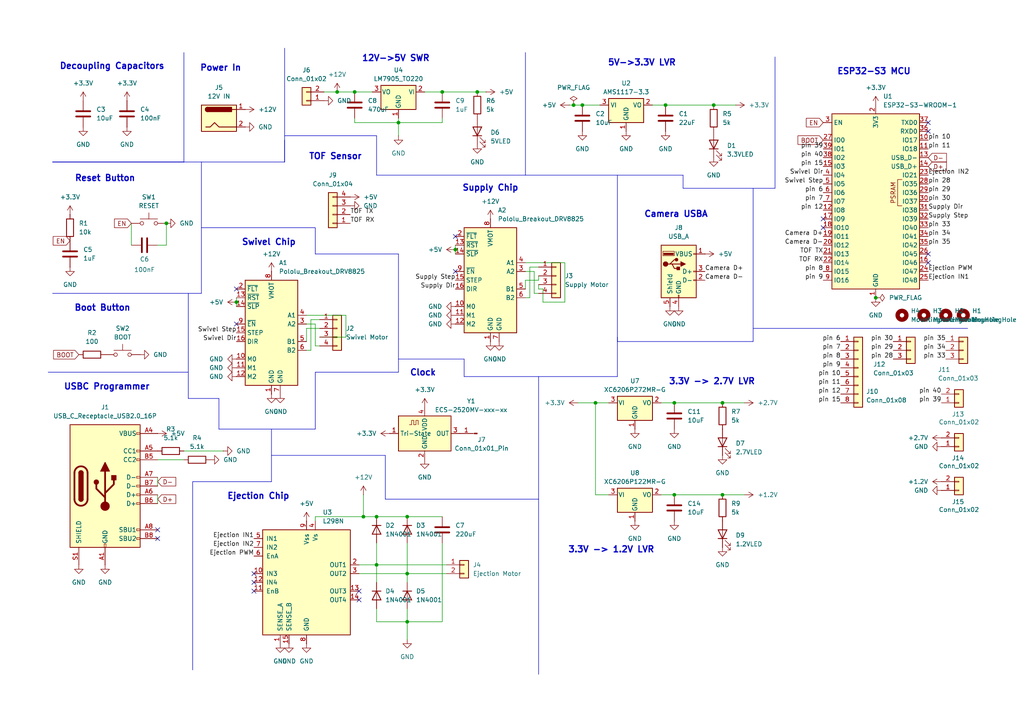
<source format=kicad_sch>
(kicad_sch (version 20250114) (generator "eeschema") (generator_version "9.0")
  (paper "A4")
  (text "Reset Button" (at 30.48 51.816 0) (effects (font (size 1.778 1.778) (thickness 0.3556) (bold yes))))
  (text "5V->3.3V LVR" (at 186.182 18.288 0) (effects (font (size 1.778 1.778) (thickness 0.3556) (bold yes))))
  (text "TOF Sensor" (at 97.282 45.466 0) (effects (font (size 1.778 1.778) (thickness 0.3556) (bold yes))))
  (text "USBC Programmer" (at 30.988 112.268 0) (effects (font (size 1.778 1.778) (thickness 0.3556) (bold yes))))
  (text "Supply Chip" (at 142.24 54.61 0) (effects (font (size 1.778 1.778) (thickness 0.3556) (bold yes))))
  (text "3.3V -> 1.2V LVR" (at 177.292 159.512 0) (effects (font (size 1.778 1.778) (thickness 0.3556) (bold yes))))
  (text "12V->5V SWR" (at 114.808 17.018 0) (effects (font (size 1.778 1.778) (thickness 0.3556) (bold yes))))
  (text "Decoupling Capacitors" (at 32.512 19.304 0) (effects (font (size 1.778 1.778) (thickness 0.3556) (bold yes))))
  (text "Ejection Chip" (at 74.93 144.018 0) (effects (font (size 1.778 1.778) (thickness 0.3556) (bold yes))))
  (text "Clock" (at 122.682 108.204 0) (effects (font (size 1.778 1.778) (thickness 0.3556) (bold yes))))
  (text "ESP32-S3 MCU" (at 253.492 20.828 0) (effects (font (size 1.778 1.778) (thickness 0.3556) (bold yes))))
  (text "Boot Button" (at 29.718 89.408 0) (effects (font (size 1.778 1.778) (thickness 0.3556) (bold yes))))
  (text "Camera USBA" (at 196.088 62.23 0) (effects (font (size 1.778 1.778) (thickness 0.3556) (bold yes))))
  (text "Swivel Chip" (at 77.978 70.358 0) (effects (font (size 1.778 1.778) (thickness 0.3556) (bold yes))))
  (text "Power In" (at 64.008 19.812 0) (effects (font (size 1.778 1.778) (thickness 0.3556) (bold yes))))
  (text "3.3V -> 2.7V LVR" (at 206.502 110.744 0) (effects (font (size 1.778 1.778) (thickness 0.3556) (bold yes))))
  (junction (at 102.87 26.67))
  (junction (at 209.55 116.84))
  (junction (at 209.55 143.51))
  (junction (at 193.04 30.48))
  (junction (at 172.72 116.84))
  (junction (at 138.43 26.67))
  (junction (at 254 86.36))
  (junction (at 166.37 30.48))
  (junction (at 48.26 64.77))
  (junction (at 195.58 143.51))
  (junction (at 132.08 72.39))
  (junction (at 118.11 166.37))
  (junction (at 118.11 180.34))
  (junction (at 68.58 87.63))
  (junction (at 128.27 26.67))
  (junction (at 109.22 149.86))
  (junction (at 118.11 149.86))
  (junction (at 109.22 163.83))
  (junction (at 195.58 116.84))
  (junction (at 168.91 30.48))
  (junction (at 105.41 149.86))
  (junction (at 207.01 30.48))
  (junction (at 115.57 35.56))
  (junction (at 97.79 26.67))
  (no_connect (at 269.24 35.56))
  (no_connect (at 238.76 66.04))
  (no_connect (at 45.72 153.67))
  (no_connect (at 132.08 68.58))
  (no_connect (at 269.24 38.1))
  (no_connect (at 73.66 168.91))
  (no_connect (at 73.66 171.45))
  (no_connect (at 45.72 156.21))
  (no_connect (at 238.76 63.5))
  (no_connect (at 269.24 73.66))
  (no_connect (at 104.14 173.99))
  (no_connect (at 68.58 93.98))
  (no_connect (at 73.66 166.37))
  (no_connect (at 104.14 171.45))
  (no_connect (at 132.08 78.74))
  (no_connect (at 68.58 83.82))
  (no_connect (at 269.24 76.2))
  (wire (pts (xy 128.27 34.29) (xy 128.27 35.56)))
  (polyline (pts (xy 179.07 109.22) (xy 179.07 97.79)))
  (polyline (pts (xy 55.88 139.7) (xy 55.88 194.31)))
  (wire (pts (xy 138.43 26.67) (xy 140.97 26.67)))
  (polyline (pts (xy 78.74 139.7) (xy 55.88 139.7)))
  (wire (pts (xy 132.08 72.39) (xy 132.08 73.66)))
  (polyline (pts (xy 82.55 39.37) (xy 109.22 39.37)))
  (polyline (pts (xy 198.12 50.8) (xy 198.12 54.61)))
  (polyline (pts (xy 198.12 54.61) (xy 224.79 54.61)))
  (polyline (pts (xy 58.42 66.04) (xy 91.44 66.04)))
  (polyline (pts (xy 179.07 50.8) (xy 179.07 99.06)))
  (polyline (pts (xy 134.62 109.22) (xy 179.07 109.22)))
  (wire (pts (xy 109.22 149.86) (xy 118.11 149.86)))
  (wire (pts (xy 118.11 166.37) (xy 129.54 166.37)))
  (wire (pts (xy 45.72 71.12) (xy 48.26 71.12)))
  (polyline (pts (xy 156.21 144.78) (xy 156.21 195.58)))
  (wire (pts (xy 92.71 100.33) (xy 91.44 100.33)))
  (wire (pts (xy 45.72 143.51) (xy 45.72 146.05)))
  (wire (pts (xy 156.21 81.28) (xy 152.4 81.28)))
  (wire (pts (xy 100.33 91.44) (xy 88.9 91.44)))
  (wire (pts (xy 102.87 34.29) (xy 102.87 35.56)))
  (wire (pts (xy 91.44 151.13) (xy 91.44 149.86)))
  (wire (pts (xy 172.72 116.84) (xy 176.53 116.84)))
  (polyline (pts (xy 58.42 46.99) (xy 58.42 85.09)))
  (wire (pts (xy 157.48 83.82) (xy 157.48 87.63)))
  (wire (pts (xy 115.57 34.29) (xy 115.57 35.56)))
  (polyline (pts (xy 134.62 104.14) (xy 134.62 109.22)))
  (wire (pts (xy 68.58 86.36) (xy 68.58 87.63)))
  (polyline (pts (xy 115.57 73.66) (xy 115.57 107.95)))
  (wire (pts (xy 165.1 30.48) (xy 166.37 30.48)))
  (wire (pts (xy 91.44 149.86) (xy 105.41 149.86)))
  (wire (pts (xy 154.94 85.09) (xy 156.21 85.09)))
  (wire (pts (xy 172.72 143.51) (xy 176.53 143.51)))
  (wire (pts (xy 45.72 133.35) (xy 53.34 133.35)))
  (wire (pts (xy 115.57 35.56) (xy 115.57 39.37)))
  (polyline (pts (xy 78.74 132.08) (xy 111.76 132.08)))
  (polyline (pts (xy 109.22 50.8) (xy 152.4 50.8)))
  (polyline (pts (xy 78.74 124.46) (xy 78.74 139.7)))
  (wire (pts (xy 88.9 93.98) (xy 91.44 93.98)))
  (wire (pts (xy 163.83 87.63) (xy 163.83 76.2)))
  (wire (pts (xy 128.27 26.67) (xy 138.43 26.67)))
  (wire (pts (xy 109.22 176.53) (xy 109.22 180.34)))
  (wire (pts (xy 128.27 180.34) (xy 128.27 157.48)))
  (polyline (pts (xy 224.79 16.51) (xy 224.79 54.61)))
  (wire (pts (xy 68.58 87.63) (xy 68.58 88.9)))
  (wire (pts (xy 191.77 116.84) (xy 195.58 116.84)))
  (wire (pts (xy 118.11 180.34) (xy 118.11 185.42)))
  (wire (pts (xy 132.08 71.12) (xy 132.08 72.39)))
  (polyline (pts (xy 13.97 107.95) (xy 54.61 107.95)))
  (wire (pts (xy 109.22 163.83) (xy 129.54 163.83)))
  (wire (pts (xy 104.14 163.83) (xy 109.22 163.83)))
  (polyline (pts (xy 82.55 40.64) (xy 82.55 46.99)))
  (polyline (pts (xy 82.55 46.99) (xy 53.34 46.99)))
  (wire (pts (xy 90.17 101.6) (xy 90.17 92.71)))
  (polyline (pts (xy 111.76 132.08) (xy 111.76 144.78)))
  (wire (pts (xy 156.21 80.01) (xy 156.21 81.28)))
  (wire (pts (xy 118.11 180.34) (xy 128.27 180.34)))
  (wire (pts (xy 163.83 76.2) (xy 152.4 76.2)))
  (polyline (pts (xy 15.24 46.99) (xy 53.34 46.99)))
  (wire (pts (xy 207.01 30.48) (xy 213.36 30.48)))
  (polyline (pts (xy 218.44 95.25) (xy 280.67 95.25)))
  (wire (pts (xy 48.26 71.12) (xy 48.26 64.77)))
  (wire (pts (xy 88.9 95.25) (xy 88.9 99.06)))
  (wire (pts (xy 118.11 149.86) (xy 128.27 149.86)))
  (wire (pts (xy 109.22 163.83) (xy 109.22 168.91)))
  (wire (pts (xy 156.21 77.47) (xy 153.67 77.47)))
  (wire (pts (xy 123.19 26.67) (xy 128.27 26.67)))
  (wire (pts (xy 90.17 92.71) (xy 92.71 92.71)))
  (wire (pts (xy 153.67 86.36) (xy 152.4 86.36)))
  (wire (pts (xy 156.21 83.82) (xy 157.48 83.82)))
  (polyline (pts (xy 63.5 124.46) (xy 63.5 115.57)))
  (wire (pts (xy 209.55 143.51) (xy 215.9 143.51)))
  (wire (pts (xy 53.34 130.81) (xy 64.77 130.81)))
  (wire (pts (xy 118.11 166.37) (xy 118.11 168.91)))
  (wire (pts (xy 156.21 82.55) (xy 156.21 83.82)))
  (wire (pts (xy 118.11 176.53) (xy 118.11 180.34)))
  (wire (pts (xy 152.4 81.28) (xy 152.4 83.82)))
  (wire (pts (xy 45.72 138.43) (xy 45.72 140.97)))
  (polyline (pts (xy 115.57 104.14) (xy 134.62 104.14)))
  (polyline (pts (xy 91.44 107.95) (xy 91.44 124.46)))
  (wire (pts (xy 118.11 157.48) (xy 118.11 166.37)))
  (wire (pts (xy 157.48 87.63) (xy 163.83 87.63)))
  (wire (pts (xy 191.77 143.51) (xy 195.58 143.51)))
  (wire (pts (xy 209.55 116.84) (xy 215.9 116.84)))
  (polyline (pts (xy 152.4 15.24) (xy 152.4 50.8)))
  (wire (pts (xy 195.58 116.84) (xy 209.55 116.84)))
  (wire (pts (xy 195.58 143.51) (xy 209.55 143.51)))
  (wire (pts (xy 168.91 30.48) (xy 173.99 30.48)))
  (wire (pts (xy 102.87 26.67) (xy 107.95 26.67)))
  (wire (pts (xy 105.41 149.86) (xy 109.22 149.86)))
  (wire (pts (xy 172.72 116.84) (xy 172.72 143.51)))
  (wire (pts (xy 109.22 157.48) (xy 109.22 163.83)))
  (wire (pts (xy 102.87 35.56) (xy 115.57 35.56)))
  (polyline (pts (xy 63.5 115.57) (xy 54.61 115.57)))
  (wire (pts (xy 92.71 97.79) (xy 100.33 97.79)))
  (polyline (pts (xy 91.44 73.66) (xy 115.57 73.66)))
  (wire (pts (xy 153.67 77.47) (xy 153.67 86.36)))
  (wire (pts (xy 193.04 30.48) (xy 207.01 30.48)))
  (polyline (pts (xy 111.76 144.78) (xy 156.21 144.78)))
  (wire (pts (xy 38.1 64.77) (xy 38.1 71.12)))
  (wire (pts (xy 93.98 26.67) (xy 97.79 26.67)))
  (polyline (pts (xy 53.34 15.24) (xy 53.34 46.99)))
  (wire (pts (xy 189.23 30.48) (xy 193.04 30.48)))
  (polyline (pts (xy 109.22 39.37) (xy 109.22 50.8)))
  (wire (pts (xy 91.44 100.33) (xy 91.44 93.98)))
  (polyline (pts (xy 152.4 50.8) (xy 198.12 50.8)))
  (polyline (pts (xy 82.55 13.97) (xy 82.55 46.99)))
  (wire (pts (xy 128.27 35.56) (xy 115.57 35.56)))
  (polyline (pts (xy 15.24 46.99) (xy 53.34 46.99)))
  (polyline (pts (xy 54.61 85.09) (xy 54.61 107.95)))
  (wire (pts (xy 100.33 97.79) (xy 100.33 91.44)))
  (wire (pts (xy 105.41 143.51) (xy 105.41 149.86)))
  (wire (pts (xy 97.79 26.67) (xy 102.87 26.67)))
  (wire (pts (xy 152.4 78.74) (xy 154.94 78.74)))
  (wire (pts (xy 166.37 30.48) (xy 168.91 30.48)))
  (polyline (pts (xy 91.44 66.04) (xy 91.44 73.66)))
  (polyline (pts (xy 156.21 109.22) (xy 156.21 144.78)))
  (polyline (pts (xy 91.44 124.46) (xy 63.5 124.46)))
  (polyline (pts (xy 115.57 107.95) (xy 91.44 107.95)))
  (polyline (pts (xy 15.24 85.09) (xy 58.42 85.09)))
  (wire (pts (xy 167.64 116.84) (xy 172.72 116.84)))
  (polyline (pts (xy 218.44 99.06) (xy 218.44 54.61)))
  (wire (pts (xy 109.22 180.34) (xy 118.11 180.34)))
  (wire (pts (xy 88.9 101.6) (xy 90.17 101.6)))
  (polyline (pts (xy 54.61 115.57) (xy 54.61 107.95)))
  (polyline (pts (xy 179.07 99.06) (xy 218.44 99.06)))
  (wire (pts (xy 104.14 166.37) (xy 118.11 166.37)))
  (wire (pts (xy 92.71 95.25) (xy 88.9 95.25)))
  (wire (pts (xy 154.94 78.74) (xy 154.94 85.09)))
  (label "Supply Dir" (at 269.24 60.96 0))
  (label "Camera D-" (at 238.76 71.12 180))
  (label "pin 28" (at 259.08 104.14 180))
  (label "Swivel Dir" (at 68.58 99.06 180))
  (label "pin 15" (at 243.84 116.84 180))
  (label "Ejection PWM" (at 269.24 78.74 0))
  (label "pin 9" (at 243.84 106.68 180))
  (label "pin 7" (at 238.76 58.42 180))
  (label "TOF RX" (at 101.6 64.77 0))
  (label "pin 12" (at 243.84 114.3 180))
  (label "Ejection IN2" (at 269.24 50.8 0))
  (label "pin 10" (at 243.84 109.22 180))
  (label "pin 34" (at 269.24 68.58 0))
  (label "pin 7" (at 243.84 101.6 180))
  (label "Camera D+" (at 238.76 68.58 180))
  (label "Camera D-" (at 204.47 81.28 0))
  (label "Ejection PWM" (at 73.66 161.29 180))
  (label "pin 29" (at 269.24 55.88 0))
  (label "TOF TX" (at 101.6 62.23 0))
  (label "TOF TX" (at 238.76 73.66 180))
  (label "pin 30" (at 269.24 58.42 0))
  (label "Supply Step" (at 132.08 81.28 180))
  (label "pin 15" (at 238.76 48.26 180))
  (label "pin 8" (at 243.84 104.14 180))
  (label "pin 35" (at 269.24 71.12 0))
  (label "pin 12" (at 238.76 60.96 180))
  (label "pin 33" (at 269.24 66.04 0))
  (label "pin 30" (at 259.08 99.06 180))
  (label "pin 29" (at 259.08 101.6 180))
  (label "pin 39" (at 238.76 43.18 180))
  (label "pin 10" (at 269.24 40.64 0))
  (label "TOF RX" (at 238.76 76.2 180))
  (label "pin 6" (at 243.84 99.06 180))
  (label "pin 28" (at 269.24 53.34 0))
  (label "pin 9" (at 238.76 81.28 180))
  (label "pin 40" (at 273.05 114.3 180))
  (label "pin 34" (at 274.32 101.6 180))
  (label "pin 35" (at 274.32 99.06 180))
  (label "Swivel Step" (at 68.58 96.52 180))
  (label "pin 40" (at 238.76 45.72 180))
  (label "Supply Step" (at 269.24 63.5 0))
  (label "pin 39" (at 273.05 116.84 180))
  (label "Swivel Step" (at 238.76 53.34 180))
  (label "Ejection IN2" (at 73.66 158.75 180))
  (label "Ejection IN1" (at 73.66 156.21 180))
  (label "Swivel Dir" (at 238.76 50.8 180))
  (label "Ejection IN1" (at 269.24 81.28 0))
  (label "pin 6" (at 238.76 55.88 180))
  (label "Supply Dir" (at 132.08 83.82 180))
  (label "pin 8" (at 238.76 78.74 180))
  (label "pin 11" (at 269.24 43.18 0))
  (label "Camera D+" (at 204.47 78.74 0))
  (label "pin 33" (at 274.32 104.14 180))
  (label "pin 11" (at 243.84 111.76 180))
  (global_label "EN" (shape input) (at 38.1 64.77 180) (property "Intersheetrefs" "${INTERSHEET_REFS}" (effects (hide yes))))
  (global_label "D-" (shape input) (at 269.24 45.72 0) (property "Intersheetrefs" "${INTERSHEET_REFS}" (effects (hide yes))))
  (global_label "D+" (shape input) (at 269.24 48.26 0) (property "Intersheetrefs" "${INTERSHEET_REFS}" (effects (hide yes))))
  (global_label "D-" (shape input) (at 45.72 139.7 0) (property "Intersheetrefs" "${INTERSHEET_REFS}" (effects (hide yes))))
  (global_label "BOOT" (shape input) (at 22.86 102.87 180) (property "Intersheetrefs" "${INTERSHEET_REFS}" (effects (hide yes))))
  (global_label "EN" (shape input) (at 238.76 35.56 180) (property "Intersheetrefs" "${INTERSHEET_REFS}" (effects (hide yes))))
  (global_label "EN" (shape input) (at 20.32 69.85 180) (property "Intersheetrefs" "${INTERSHEET_REFS}" (effects (hide yes))))
  (global_label "BOOT" (shape input) (at 238.76 40.64 180) (property "Intersheetrefs" "${INTERSHEET_REFS}" (effects (hide yes))))
  (global_label "D+" (shape input) (at 45.72 144.78 0) (property "Intersheetrefs" "${INTERSHEET_REFS}" (effects (hide yes))))
  (symbol (lib_id "power:GND") (at 40.64 102.87 90) (unit 1)
    (property "Reference" "#PWR015" (effects (hide yes)))
    (property "Value" "GND" (at 44.45 102.8699 90) (effects (justify right)))
    (property "Description" "Power symbol creates a global label with name \"GND\" , ground" (effects (hide yes)))
  )
  (symbol (lib_id "power:GND") (at 273.05 129.54 270) (unit 1)
    (property "Reference" "#PWR066" (effects (hide yes)))
    (property "Value" "GND" (at 269.24 129.5399 90) (effects (justify right)))
    (property "Description" "Power symbol creates a global label with name \"GND\" , ground" (effects (hide yes)))
  )
  (symbol (lib_id "Device:C") (at 195.58 147.32 0) (unit 1)
    (property "Reference" "C14" (at 199.39 146.0499 0) (effects (justify left)))
    (property "Value" "10uF" (at 199.39 148.5899 0) (effects (justify left)))
    (property "Footprint" "Capacitor_SMD:C_0805_2012Metric_Pad1.18x1.45mm_HandSolder" (effects (hide yes)))
    (property "Description" "Unpolarized capacitor" (effects (hide yes)))
  )
  (symbol (lib_id "power:+3.3V") (at 213.36 30.48 270) (unit 1)
    (property "Reference" "#PWR04" (effects (hide yes)))
    (property "Value" "+3.3V" (at 217.17 30.4799 90) (effects (justify left)))
    (property "Description" "Power symbol creates a global label with name \"+3.3V\"" (effects (hide yes)))
  )
  (symbol (lib_id "power:GND") (at 78.74 114.3 0) (unit 1)
    (property "Reference" "#PWR022" (effects (hide yes)))
    (property "Value" "GND" (at 78.74 119.38 0))
    (property "Description" "Power symbol creates a global label with name \"GND\" , ground" (effects (hide yes)))
  )
  (symbol (lib_id "power:+3.3V") (at 273.05 139.7 90) (unit 1)
    (property "Reference" "#PWR065" (effects (hide yes)))
    (property "Value" "+1.2V" (at 269.24 139.6999 90) (effects (justify left)))
    (property "Description" "Power symbol creates a global label with name \"+3.3V\"" (effects (hide yes)))
  )
  (symbol (lib_id "Device:R") (at 207.01 34.29 0) (unit 1)
    (property "Reference" "R5" (at 209.55 33.0199 0) (effects (justify left)))
    (property "Value" "5k" (at 209.55 35.5599 0) (effects (justify left)))
    (property "Footprint" "Resistor_SMD:R_0805_2012Metric_Pad1.20x1.40mm_HandSolder" (effects (hide yes)))
    (property "Description" "Resistor" (effects (hide yes)))
  )
  (symbol (lib_id "power:+3.3V") (at 215.9 143.51 270) (unit 1)
    (property "Reference" "#PWR071" (effects (hide yes)))
    (property "Value" "+1.2V" (at 219.71 143.5099 90) (effects (justify left)))
    (property "Description" "Power symbol creates a global label with name \"+3.3V\"" (effects (hide yes)))
  )
  (symbol (lib_id "Device:R") (at 57.15 133.35 90) (unit 1)
    (property "Reference" "R4" (at 57.15 127 90))
    (property "Value" "5.1k" (at 57.15 129.54 90))
    (property "Footprint" "Resistor_SMD:R_0805_2012Metric_Pad1.20x1.40mm_HandSolder" (effects (hide yes)))
    (property "Description" "Resistor" (effects (hide yes)))
  )
  (symbol (lib_id "Mechanical:MountingHole") (at 274.32 91.44 0) (unit 1) (exclude_from_sim yes) (in_bom no)
    (property "Reference" "H2" (at 276.86 90.1699 0) (effects (justify left)))
    (property "Value" "MountingHole" (at 276.86 92.7099 0) (effects (justify left)))
    (property "Footprint" "MountingHole:MountingHole_3.2mm_M3" (effects (hide yes)))
    (property "Description" "Mounting Hole without connection" (effects (hide yes)))
  )
  (symbol (lib_id "Device:C") (at 193.04 34.29 0) (unit 1)
    (property "Reference" "C1" (at 196.85 33.0199 0) (effects (justify left)))
    (property "Value" "22uF" (at 196.85 35.5599 0) (effects (justify left)))
    (property "Footprint" "Capacitor_SMD:C_0805_2012Metric_Pad1.18x1.45mm_HandSolder" (effects (hide yes)))
    (property "Description" "Unpolarized capacitor" (effects (hide yes)))
  )
  (symbol (lib_id "power:GND") (at 101.6 59.69 90) (unit 1)
    (property "Reference" "#PWR056" (effects (hide yes)))
    (property "Value" "GND" (at 105.41 59.6899 90) (effects (justify right)))
    (property "Description" "Power symbol creates a global label with name \"GND\" , ground" (effects (hide yes)))
  )
  (symbol (lib_id "power:+3.3V") (at 36.83 29.21 0) (unit 1)
    (property "Reference" "#PWR011" (effects (hide yes)))
    (property "Value" "+3.3V" (at 36.83 24.13 0))
    (property "Description" "Power symbol creates a global label with name \"+3.3V\"" (effects (hide yes)))
  )
  (symbol (lib_id "Device:C") (at 168.91 34.29 0) (unit 1)
    (property "Reference" "C2" (at 172.72 33.0199 0) (effects (justify left)))
    (property "Value" "10uF" (at 172.72 35.5599 0) (effects (justify left)))
    (property "Footprint" "Capacitor_SMD:C_0805_2012Metric_Pad1.18x1.45mm_HandSolder" (effects (hide yes)))
    (property "Description" "Unpolarized capacitor" (effects (hide yes)))
  )
  (symbol (lib_id "Device:C") (at 36.83 33.02 0) (unit 1)
    (property "Reference" "C4" (at 40.64 31.7499 0) (effects (justify left)))
    (property "Value" "100nF" (at 40.64 34.2899 0) (effects (justify left)))
    (property "Footprint" "Capacitor_SMD:C_0805_2012Metric_Pad1.18x1.45mm_HandSolder" (effects (hide yes)))
    (property "Description" "Unpolarized capacitor" (effects (hide yes)))
  )
  (symbol (lib_id "Connector:USB_A") (at 196.85 78.74 0) (unit 1)
    (property "Reference" "J8" (at 196.85 66.04 0))
    (property "Value" "USB_A" (at 196.85 68.58 0))
    (property "Footprint" "Connector_USB:USB_A_Molex_48037-2200_Horizontal" (effects (hide yes)))
    (property "Description" "USB Type A connector" (effects (hide yes)))
  )
  (symbol (lib_id "power:+5V") (at 204.47 73.66 270) (unit 1)
    (property "Reference" "#PWR054" (effects (hide yes)))
    (property "Value" "+5V" (at 208.28 73.6599 90) (effects (justify left)))
    (property "Description" "Power symbol creates a global label with name \"+5V\"" (effects (hide yes)))
  )
  (symbol (lib_id "Device:C") (at 24.13 33.02 0) (unit 1)
    (property "Reference" "C3" (at 27.94 31.7499 0) (effects (justify left)))
    (property "Value" "10uF" (at 27.94 34.2899 0) (effects (justify left)))
    (property "Footprint" "Capacitor_SMD:C_0805_2012Metric_Pad1.18x1.45mm_HandSolder" (effects (hide yes)))
    (property "Description" "Unpolarized capacitor" (effects (hide yes)))
  )
  (symbol (lib_id "power:GND") (at 71.12 36.83 90) (unit 1)
    (property "Reference" "#PWR046" (effects (hide yes)))
    (property "Value" "GND" (at 74.93 36.8299 90) (effects (justify right)))
    (property "Description" "Power symbol creates a global label with name \"GND\" , ground" (effects (hide yes)))
  )
  (symbol (lib_id "Device:C") (at 128.27 153.67 0) (unit 1)
    (property "Reference" "C7" (at 132.08 152.3999 0) (effects (justify left)))
    (property "Value" "220uF" (at 132.08 154.9399 0) (effects (justify left)))
    (property "Footprint" "Capacitor_SMD:C_0805_2012Metric_Pad1.18x1.45mm_HandSolder" (effects (hide yes)))
    (property "Description" "Unpolarized capacitor" (effects (hide yes)))
  )
  (symbol (lib_id "power:GND") (at 93.98 29.21 90) (unit 1)
    (property "Reference" "#PWR042" (effects (hide yes)))
    (property "Value" "GND" (at 97.79 29.2099 90) (effects (justify right)))
    (property "Description" "Power symbol creates a global label with name \"GND\" , ground" (effects (hide yes)))
  )
  (symbol (lib_id "power:+3.3V") (at 113.03 125.73 90) (unit 1)
    (property "Reference" "#PWR051" (effects (hide yes)))
    (property "Value" "+3.3V" (at 109.22 125.7299 90) (effects (justify left)))
    (property "Description" "Power symbol creates a global label with name \"+3.3V\"" (effects (hide yes)))
  )
  (symbol (lib_id "power:PWR_FLAG") (at 166.37 30.48 0) (unit 1)
    (property "Reference" "#FLG01" (effects (hide yes)))
    (property "Value" "PWR_FLAG" (at 166.37 25.4 0))
    (property "Description" "Special symbol for telling ERC where power comes from" (effects (hide yes)))
  )
  (symbol (lib_id "power:+5V") (at 68.58 87.63 90) (unit 1)
    (property "Reference" "#PWR027" (effects (hide yes)))
    (property "Value" "+5V" (at 64.77 87.6299 90) (effects (justify left)))
    (property "Description" "Power symbol creates a global label with name \"+5V\"" (effects (hide yes)))
  )
  (symbol (lib_id "Driver_Motor:L298N") (at 88.9 168.91 0) (unit 1)
    (property "Reference" "U3" (at 93.5833 148.59 0) (effects (justify left)))
    (property "Value" "L298N" (at 93.5833 151.13 0) (effects (justify left)))
    (property "Footprint" "Package_TO_SOT_THT:TO-220-15_P2.54x5.08mm_StaggerOdd_Lead4.58mm_Vertical" (effects (hide yes)))
    (property "Datasheet" "http://www.st.com/st-web-ui/static/active/en/resource/technical/document/datasheet/CD00000240.pdf" (effects (hide yes)))
    (property "Description" "Dual full bridge motor driver, up to 46V, 4A, Multiwatt15-V" (effects (hide yes)))
  )
  (symbol (lib_id "Device:C") (at 41.91 71.12 270) (unit 1)
    (property "Reference" "C6" (at 41.91 75.184 90))
    (property "Value" "100nF" (at 41.91 78.232 90))
    (property "Footprint" "Capacitor_SMD:C_0805_2012Metric_Pad1.18x1.45mm_HandSolder" (effects (hide yes)))
    (property "Description" "Unpolarized capacitor" (effects (hide yes)))
  )
  (symbol (lib_id "power:+5V") (at 88.9 151.13 0) (unit 1)
    (property "Reference" "#PWR038" (effects (hide yes)))
    (property "Value" "+5V" (at 88.9 146.05 0))
    (property "Description" "Power symbol creates a global label with name \"+5V\"" (effects (hide yes)))
  )
  (symbol (lib_id "power:GND") (at 142.24 99.06 0) (unit 1)
    (property "Reference" "#PWR032" (effects (hide yes)))
    (property "Value" "GND" (at 142.24 104.14 0))
    (property "Description" "Power symbol creates a global label with name \"GND\" , ground" (effects (hide yes)))
  )
  (symbol (lib_id "Connector_Generic:Conn_01x02") (at 88.9 29.21 180) (unit 1)
    (property "Reference" "J6" (at 88.9 20.32 0))
    (property "Value" "Conn_01x02" (at 88.9 22.86 0))
    (property "Footprint" "Connector_Molex:Molex_KK-254_AE-6410-02A_1x02_P2.54mm_Vertical" (effects (hide yes)))
    (property "Description" "Generic connector, single row, 01x02, script generated (kicad-library-utils/schlib/autogen/connector/)" (effects (hide yes)))
  )
  (symbol (lib_id "power:+3.3V") (at 20.32 62.23 0) (unit 1)
    (property "Reference" "#PWR08" (effects (hide yes)))
    (property "Value" "+3.3V" (at 20.32 57.15 0))
    (property "Description" "Power symbol creates a global label with name \"+3.3V\"" (effects (hide yes)))
  )
  (symbol (lib_id "power:GND") (at 60.96 133.35 90) (unit 1)
    (property "Reference" "#PWR017" (effects (hide yes)))
    (property "Value" "GND" (at 64.77 133.3499 90) (effects (justify right)))
    (property "Description" "Power symbol creates a global label with name \"GND\" , ground" (effects (hide yes)))
  )
  (symbol (lib_id "Mechanical:MountingHole") (at 279.4 91.44 0) (unit 1) (exclude_from_sim yes) (in_bom no)
    (property "Reference" "H1" (at 281.94 90.1699 0) (effects (justify left)))
    (property "Value" "MountingHole" (at 281.94 92.7099 0) (effects (justify left)))
    (property "Footprint" "MountingHole:MountingHole_3.2mm_M3" (effects (hide yes)))
    (property "Description" "Mounting Hole without connection" (effects (hide yes)))
  )
  (symbol (lib_id "Connector_Generic:Conn_01x02") (at 134.62 163.83 0) (unit 1)
    (property "Reference" "J4" (at 137.16 163.8299 0) (effects (justify left)))
    (property "Value" "Ejection Motor" (at 137.16 166.3699 0) (effects (justify left)))
    (property "Footprint" "Connector_Molex:Molex_KK-254_AE-6410-02A_1x02_P2.54mm_Vertical" (effects (hide yes)))
    (property "Description" "Generic connector, single row, 01x02, script generated (kicad-library-utils/schlib/autogen/connector/)" (effects (hide yes)))
  )
  (symbol (lib_id "power:+5V") (at 167.64 116.84 90) (unit 1)
    (property "Reference" "#PWR057" (effects (hide yes)))
    (property "Value" "+3.3V" (at 163.83 116.8399 90) (effects (justify left)))
    (property "Description" "Power symbol creates a global label with name \"+5V\"" (effects (hide yes)))
  )
  (symbol (lib_id "Connector:Barrel_Jack") (at 63.5 34.29 0) (unit 1)
    (property "Reference" "J5" (at 63.5 25.4 0))
    (property "Value" "12V IN" (at 63.5 27.94 0))
    (property "Footprint" "Connector_BarrelJack:BarrelJack_SwitchcraftConxall_RAPC10U_Horizontal" (effects (hide yes)))
    (property "Description" "DC Barrel Jack" (effects (hide yes)))
  )
  (symbol (lib_id "power:GND") (at 184.15 151.13 0) (unit 1)
    (property "Reference" "#PWR063" (effects (hide yes)))
    (property "Value" "GND" (at 184.15 156.21 0))
    (property "Description" "Power symbol creates a global label with name \"GND\" , ground" (effects (hide yes)))
  )
  (symbol (lib_id "Connector_Generic:Conn_01x08") (at 248.92 106.68 0) (unit 1)
    (property "Reference" "J10" (at 251.206 113.538 0) (effects (justify left)))
    (property "Value" "Conn_01x08" (at 251.206 116.078 0) (effects (justify left)))
    (property "Footprint" "Connector_Molex:Molex_KK-254_AE-6410-08A_1x08_P2.54mm_Vertical" (effects (hide yes)))
    (property "Description" "Generic connector, single row, 01x08, script generated (kicad-library-utils/schlib/autogen/connector/)" (effects (hide yes)))
  )
  (symbol (lib_id "power:GND") (at 273.05 142.24 270) (unit 1)
    (property "Reference" "#PWR067" (effects (hide yes)))
    (property "Value" "GND" (at 269.24 142.2399 90) (effects (justify right)))
    (property "Description" "Power symbol creates a global label with name \"GND\" , ground" (effects (hide yes)))
  )
  (symbol (lib_id "Device:C") (at 102.87 30.48 0) (unit 1)
    (property "Reference" "C8" (at 106.68 29.2099 0) (effects (justify left)))
    (property "Value" "470uF" (at 106.68 31.7499 0) (effects (justify left)))
    (property "Footprint" "Capacitor_THT:CP_Radial_D8.0mm_P3.50mm" (effects (hide yes)))
    (property "Description" "Unpolarized capacitor" (effects (hide yes)))
  )
  (symbol (lib_id "power:+3.3V") (at 254 30.48 0) (unit 1)
    (property "Reference" "#PWR01" (effects (hide yes)))
    (property "Value" "+3.3V" (at 254 25.4 0))
    (property "Description" "Power symbol creates a global label with name \"+3.3V\"" (effects (hide yes)))
  )
  (symbol (lib_id "power:+5V") (at 101.6 57.15 270) (unit 1)
    (property "Reference" "#PWR055" (effects (hide yes)))
    (property "Value" "+5V" (at 105.41 57.1499 90) (effects (justify left)))
    (property "Description" "Power symbol creates a global label with name \"+5V\"" (effects (hide yes)))
  )
  (symbol (lib_id "power:+12V") (at 142.24 63.5 0) (unit 1)
    (property "Reference" "#PWR035" (effects (hide yes)))
    (property "Value" "+12V" (at 142.24 58.42 0))
    (property "Description" "Power symbol creates a global label with name \"+12V\"" (effects (hide yes)))
  )
  (symbol (lib_id "Device:C") (at 128.27 30.48 0) (unit 1)
    (property "Reference" "C9" (at 132.08 29.2099 0) (effects (justify left)))
    (property "Value" "1uF" (at 132.08 31.7499 0) (effects (justify left)))
    (property "Footprint" "Capacitor_SMD:C_0805_2012Metric_Pad1.18x1.45mm_HandSolder" (effects (hide yes)))
    (property "Description" "Unpolarized capacitor" (effects (hide yes)))
  )
  (symbol (lib_id "power:GND") (at 181.61 38.1 0) (unit 1)
    (property "Reference" "#PWR05" (effects (hide yes)))
    (property "Value" "GND" (at 181.61 43.18 0))
    (property "Description" "Power symbol creates a global label with name \"GND\" , ground" (effects (hide yes)))
  )
  (symbol (lib_id "Device:C") (at 195.58 120.65 0) (unit 1)
    (property "Reference" "C11" (at 199.39 119.3799 0) (effects (justify left)))
    (property "Value" "10uF" (at 199.39 121.9199 0) (effects (justify left)))
    (property "Footprint" "Capacitor_SMD:C_0805_2012Metric_Pad1.18x1.45mm_HandSolder" (effects (hide yes)))
    (property "Description" "Unpolarized capacitor" (effects (hide yes)))
  )
  (symbol (lib_id "power:GND") (at 184.15 124.46 0) (unit 1)
    (property "Reference" "#PWR059" (effects (hide yes)))
    (property "Value" "GND" (at 184.15 129.54 0))
    (property "Description" "Power symbol creates a global label with name \"GND\" , ground" (effects (hide yes)))
  )
  (symbol (lib_id "Regulator_Linear:AMS1117-3.3") (at 181.61 30.48 0) (unit 1)
    (property "Reference" "U2" (at 181.61 24.13 0))
    (property "Value" "AMS1117-3.3" (at 181.61 26.67 0))
    (property "Footprint" "Package_TO_SOT_SMD:SOT-223-3_TabPin2" (effects (hide yes)))
    (property "Datasheet" "http://www.advanced-monolithic.com/pdf/ds1117.pdf" (effects (hide yes)))
    (property "Description" "1A Low Dropout regulator, positive, 3.3V fixed output, SOT-223" (effects (hide yes)))
  )
  (symbol (lib_id "Device:R") (at 209.55 147.32 0) (unit 1)
    (property "Reference" "R9" (at 212.09 146.0499 0) (effects (justify left)))
    (property "Value" "5k" (at 212.09 148.5899 0) (effects (justify left)))
    (property "Footprint" "Resistor_SMD:R_0805_2012Metric_Pad1.20x1.40mm_HandSolder" (effects (hide yes)))
    (property "Description" "Resistor" (effects (hide yes)))
  )
  (symbol (lib_id "power:GND") (at 24.13 36.83 0) (unit 1)
    (property "Reference" "#PWR010" (effects (hide yes)))
    (property "Value" "GND" (at 24.13 41.91 0))
    (property "Description" "Power symbol creates a global label with name \"GND\" , ground" (effects (hide yes)))
  )
  (symbol (lib_id "power:+12V") (at 78.74 78.74 0) (unit 1)
    (property "Reference" "#PWR034" (effects (hide yes)))
    (property "Value" "+12V" (at 78.74 73.66 0))
    (property "Description" "Power symbol creates a global label with name \"+12V\"" (effects (hide yes)))
  )
  (symbol (lib_id "power:GND") (at 20.32 77.47 0) (unit 1)
    (property "Reference" "#PWR013" (effects (hide yes)))
    (property "Value" "GND" (at 20.32 82.55 0))
    (property "Description" "Power symbol creates a global label with name \"GND\" , ground" (effects (hide yes)))
  )
  (symbol (lib_id "power:GND") (at 81.28 114.3 0) (unit 1)
    (property "Reference" "#PWR023" (effects (hide yes)))
    (property "Value" "GND" (at 81.28 119.38 0))
    (property "Description" "Power symbol creates a global label with name \"GND\" , ground" (effects (hide yes)))
  )
  (symbol (lib_id "power:GND") (at 22.86 163.83 0) (unit 1)
    (property "Reference" "#PWR019" (effects (hide yes)))
    (property "Value" "GND" (at 22.86 168.91 0))
    (property "Description" "Power symbol creates a global label with name \"GND\" , ground" (effects (hide yes)))
  )
  (symbol (lib_id "power:+3.3V") (at 123.19 118.11 0) (unit 1)
    (property "Reference" "#PWR049" (effects (hide yes)))
    (property "Value" "+3.3V" (at 123.19 113.03 0))
    (property "Description" "Power symbol creates a global label with name \"+3.3V\"" (effects (hide yes)))
  )
  (symbol (lib_id "power:GND") (at 81.28 186.69 0) (unit 1)
    (property "Reference" "#PWR039" (effects (hide yes)))
    (property "Value" "GND" (at 81.28 191.77 0))
    (property "Description" "Power symbol creates a global label with name \"GND\" , ground" (effects (hide yes)))
  )
  (symbol (lib_id "Device:R") (at 209.55 120.65 0) (unit 1)
    (property "Reference" "R7" (at 212.09 119.3799 0) (effects (justify left)))
    (property "Value" "5k" (at 212.09 121.9199 0) (effects (justify left)))
    (property "Footprint" "Resistor_SMD:R_0805_2012Metric_Pad1.20x1.40mm_HandSolder" (effects (hide yes)))
    (property "Description" "Resistor" (effects (hide yes)))
  )
  (symbol (lib_id "Device:LED") (at 209.55 154.94 90) (unit 1)
    (property "Reference" "D9" (at 213.36 155.2574 90) (effects (justify right)))
    (property "Value" "1.2VLED" (at 213.36 157.7974 90) (effects (justify right)))
    (property "Footprint" "LED_SMD:LED_0805_2012Metric_Pad1.15x1.40mm_HandSolder" (effects (hide yes)))
    (property "Description" "Light emitting diode" (effects (hide yes)))
    (property "Sim.Pins" "1=K 2=A" (effects (hide yes)))
  )
  (symbol (lib_id "power:GND") (at 193.04 38.1 0) (unit 1)
    (property "Reference" "#PWR06" (effects (hide yes)))
    (property "Value" "GND" (at 193.04 43.18 0))
    (property "Description" "Power symbol creates a global label with name \"GND\" , ground" (effects (hide yes)))
  )
  (symbol (lib_id "Connector_Generic:Conn_01x02") (at 278.13 142.24 0) (mirror x) (unit 1)
    (property "Reference" "J15" (at 277.876 145.542 0))
    (property "Value" "Conn_01x02" (at 278.13 147.828 0))
    (property "Footprint" "Connector_Molex:Molex_KK-254_AE-6410-02A_1x02_P2.54mm_Vertical" (effects (hide yes)))
    (property "Description" "Generic connector, single row, 01x02, script generated (kicad-library-utils/schlib/autogen/connector/)" (effects (hide yes)))
  )
  (symbol (lib_id "power:PWR_FLAG") (at 254 86.36 270) (unit 1)
    (property "Reference" "#FLG02" (effects (hide yes)))
    (property "Value" "PWR_FLAG" (at 257.81 86.3599 90) (effects (justify left)))
    (property "Description" "Special symbol for telling ERC where power comes from" (effects (hide yes)))
  )
  (symbol (lib_id "power:+3.3V") (at 273.05 127 90) (unit 1)
    (property "Reference" "#PWR064" (effects (hide yes)))
    (property "Value" "+2.7V" (at 269.24 126.9999 90) (effects (justify left)))
    (property "Description" "Power symbol creates a global label with name \"+3.3V\"" (effects (hide yes)))
  )
  (symbol (lib_id "Switch:SW_Push") (at 35.56 102.87 0) (unit 1)
    (property "Reference" "SW2" (at 35.56 95.25 0))
    (property "Value" "BOOT" (at 35.56 97.79 0))
    (property "Footprint" "Button_Switch_SMD:SW_SPST_PTS645" (effects (hide yes)))
    (property "Description" "Push button switch, generic, two pins" (effects (hide yes)))
  )
  (symbol (lib_id "power:GND") (at 123.19 133.35 0) (unit 1)
    (property "Reference" "#PWR050" (effects (hide yes)))
    (property "Value" "GND" (at 123.19 138.43 0))
    (property "Description" "Power symbol creates a global label with name \"GND\" , ground" (effects (hide yes)))
  )
  (symbol (lib_id "Connector_Generic:Conn_01x04") (at 161.29 80.01 0) (unit 1)
    (property "Reference" "J3" (at 163.83 80.0099 0) (effects (justify left)))
    (property "Value" "Supply Motor" (at 163.83 82.5499 0) (effects (justify left)))
    (property "Footprint" "Connector_Molex:Molex_KK-254_AE-6410-04A_1x04_P2.54mm_Vertical" (effects (hide yes)))
    (property "Description" "Generic connector, single row, 01x04, script generated (kicad-library-utils/schlib/autogen/connector/)" (effects (hide yes)))
  )
  (symbol (lib_id "power:GND") (at 194.31 88.9 0) (unit 1)
    (property "Reference" "#PWR052" (effects (hide yes)))
    (property "Value" "GND" (at 194.31 93.98 0))
    (property "Description" "Power symbol creates a global label with name \"GND\" , ground" (effects (hide yes)))
  )
  (symbol (lib_id "power:+5V") (at 140.97 26.67 270) (unit 1)
    (property "Reference" "#PWR043" (effects (hide yes)))
    (property "Value" "+5V" (at 144.78 26.6699 90) (effects (justify left)))
    (property "Description" "Power symbol creates a global label with name \"+5V\"" (effects (hide yes)))
  )
  (symbol (lib_id "power:GND") (at 196.85 88.9 0) (unit 1)
    (property "Reference" "#PWR053" (effects (hide yes)))
    (property "Value" "GND" (at 196.85 93.98 0))
    (property "Description" "Power symbol creates a global label with name \"GND\" , ground" (effects (hide yes)))
  )
  (symbol (lib_id "power:GND") (at 138.43 41.91 0) (unit 1)
    (property "Reference" "#PWR048" (effects (hide yes)))
    (property "Value" "GND" (at 138.43 46.99 0))
    (property "Description" "Power symbol creates a global label with name \"GND\" , ground" (effects (hide yes)))
  )
  (symbol (lib_id "Switch:SW_Push") (at 43.18 64.77 0) (unit 1)
    (property "Reference" "SW1" (at 43.18 57.15 0))
    (property "Value" "RESET" (at 43.18 59.69 0))
    (property "Footprint" "Button_Switch_SMD:SW_SPST_PTS645" (effects (hide yes)))
    (property "Description" "Push button switch, generic, two pins" (effects (hide yes)))
  )
  (symbol (lib_id "Driver_Motor:Pololu_Breakout_DRV8825") (at 142.24 78.74 0) (unit 1)
    (property "Reference" "A2" (at 144.3833 60.96 0) (effects (justify left)))
    (property "Value" "Pololu_Breakout_DRV8825" (at 144.3833 63.5 0) (effects (justify left)))
    (property "Footprint" "Module:Pololu_Breakout-16_15.2x20.3mm" (effects (hide yes)))
    (property "Datasheet" "https://www.pololu.com/product/2982" (effects (hide yes)))
    (property "Description" "Pololu Breakout Board, Stepper Driver DRV8825" (effects (hide yes)))
  )
  (symbol (lib_id "Regulator_Linear:XC6206PxxxMR") (at 184.15 143.51 0) (unit 1)
    (property "Reference" "U8" (at 184.15 137.16 0))
    (property "Value" "XC6206P122MR-G" (at 184.15 139.7 0))
    (property "Footprint" "Package_TO_SOT_SMD:SOT-23-3" (effects (hide yes)))
    (property "Datasheet" "https://www.torexsemi.com/file/xc6206/XC6206.pdf" (effects (hide yes)))
    (property "Description" "Positive 60-250mA Low Dropout Regulator, Fixed Output, SOT-23" (effects (hide yes)))
  )
  (symbol (lib_id "Diode:1N4001") (at 118.11 153.67 270) (unit 1)
    (property "Reference" "D3" (at 120.65 152.3999 90) (effects (justify left)))
    (property "Value" "1N4001" (at 120.65 154.9399 90) (effects (justify left)))
    (property "Footprint" "Diode_THT:D_DO-41_SOD81_P10.16mm_Horizontal" (effects (hide yes)))
    (property "Datasheet" "http://www.vishay.com/docs/88503/1n4001.pdf" (effects (hide yes)))
    (property "Description" "50V 1A General Purpose Rectifier Diode, DO-41" (effects (hide yes)))
    (property "Sim.Device" "D" (effects (hide yes)))
    (property "Sim.Pins" "1=K 2=A" (effects (hide yes)))
  )
  (symbol (lib_id "power:GND") (at 254 86.36 0) (unit 1)
    (property "Reference" "#PWR02" (effects (hide yes)))
    (property "Value" "GND" (at 254 91.44 0))
    (property "Description" "Power symbol creates a global label with name \"GND\" , ground" (effects (hide yes)))
  )
  (symbol (lib_id "Mechanical:MountingHole") (at 261.62 91.44 0) (unit 1) (exclude_from_sim yes) (in_bom no)
    (property "Reference" "H4" (at 264.16 90.1699 0) (effects (justify left)))
    (property "Value" "MountingHole" (at 264.16 92.7099 0) (effects (justify left)))
    (property "Footprint" "MountingHole:MountingHole_3.2mm_M3" (effects (hide yes)))
    (property "Description" "Mounting Hole without connection" (effects (hide yes)))
  )
  (symbol (lib_id "Device:R") (at 49.53 130.81 90) (unit 1)
    (property "Reference" "R3" (at 49.53 124.46 90))
    (property "Value" "5.1k" (at 49.53 127 90))
    (property "Footprint" "Resistor_SMD:R_0805_2012Metric_Pad1.20x1.40mm_HandSolder" (effects (hide yes)))
    (property "Description" "Resistor" (effects (hide yes)))
  )
  (symbol (lib_id "Driver_Motor:Pololu_Breakout_DRV8825") (at 78.74 93.98 0) (unit 1)
    (property "Reference" "A1" (at 80.8833 76.2 0) (effects (justify left)))
    (property "Value" "Pololu_Breakout_DRV8825" (at 80.8833 78.74 0) (effects (justify left)))
    (property "Footprint" "Module:Pololu_Breakout-16_15.2x20.3mm" (effects (hide yes)))
    (property "Datasheet" "https://www.pololu.com/product/2982" (effects (hide yes)))
    (property "Description" "Pololu Breakout Board, Stepper Driver DRV8825" (effects (hide yes)))
  )
  (symbol (lib_id "power:GND") (at 209.55 158.75 0) (unit 1)
    (property "Reference" "#PWR070" (effects (hide yes)))
    (property "Value" "GND" (at 209.55 163.83 0))
    (property "Description" "Power symbol creates a global label with name \"GND\" , ground" (effects (hide yes)))
  )
  (symbol (lib_id "power:GND") (at 88.9 186.69 0) (unit 1)
    (property "Reference" "#PWR041" (effects (hide yes)))
    (property "Value" "GND" (at 88.9 191.77 0))
    (property "Description" "Power symbol creates a global label with name \"GND\" , ground" (effects (hide yes)))
  )
  (symbol (lib_id "power:GND") (at 195.58 151.13 0) (unit 1)
    (property "Reference" "#PWR069" (effects (hide yes)))
    (property "Value" "GND" (at 195.58 156.21 0))
    (property "Description" "Power symbol creates a global label with name \"GND\" , ground" (effects (hide yes)))
  )
  (symbol (lib_id "Connector_Generic:Conn_01x02") (at 278.13 116.84 0) (mirror x) (unit 1)
    (property "Reference" "J13" (at 277.876 120.142 0))
    (property "Value" "Conn_01x02" (at 278.13 122.428 0))
    (property "Footprint" "Connector_Molex:Molex_KK-254_AE-6410-02A_1x02_P2.54mm_Vertical" (effects (hide yes)))
    (property "Description" "Generic connector, single row, 01x02, script generated (kicad-library-utils/schlib/autogen/connector/)" (effects (hide yes)))
  )
  (symbol (lib_id "Device:R") (at 138.43 30.48 0) (unit 1)
    (property "Reference" "R6" (at 140.97 29.2099 0) (effects (justify left)))
    (property "Value" "5k" (at 140.97 31.7499 0) (effects (justify left)))
    (property "Footprint" "Resistor_SMD:R_0805_2012Metric_Pad1.20x1.40mm_HandSolder" (effects (hide yes)))
    (property "Description" "Resistor" (effects (hide yes)))
  )
  (symbol (lib_id "Device:R") (at 20.32 66.04 0) (unit 1)
    (property "Reference" "R1" (at 22.86 64.7699 0) (effects (justify left)))
    (property "Value" "10k" (at 22.86 67.3099 0) (effects (justify left)))
    (property "Footprint" "Resistor_SMD:R_0805_2012Metric_Pad1.20x1.40mm_HandSolder" (effects (hide yes)))
    (property "Description" "Resistor" (effects (hide yes)))
  )
  (symbol (lib_id "Device:C") (at 20.32 73.66 0) (unit 1)
    (property "Reference" "C5" (at 24.13 72.3899 0) (effects (justify left)))
    (property "Value" "1uF" (at 24.13 74.9299 0) (effects (justify left)))
    (property "Footprint" "Capacitor_SMD:C_0805_2012Metric_Pad1.18x1.45mm_HandSolder" (effects (hide yes)))
    (property "Description" "Unpolarized capacitor" (effects (hide yes)))
  )
  (symbol (lib_id "Regulator_Linear:XC6206PxxxMR") (at 184.15 116.84 0) (unit 1)
    (property "Reference" "U7" (at 184.15 110.49 0))
    (property "Value" "XC6206P272MR-G" (at 184.15 113.03 0))
    (property "Footprint" "Package_TO_SOT_SMD:SOT-23-3" (effects (hide yes)))
    (property "Datasheet" "https://www.torexsemi.com/file/xc6206/XC6206.pdf" (effects (hide yes)))
    (property "Description" "Positive 60-250mA Low Dropout Regulator, Fixed Output, SOT-23" (effects (hide yes)))
  )
  (symbol (lib_id "power:GND") (at 209.55 132.08 0) (unit 1)
    (property "Reference" "#PWR061" (effects (hide yes)))
    (property "Value" "GND" (at 209.55 137.16 0))
    (property "Description" "Power symbol creates a global label with name \"GND\" , ground" (effects (hide yes)))
  )
  (symbol (lib_id "power:GND") (at 68.58 104.14 270) (unit 1)
    (property "Reference" "#PWR024" (effects (hide yes)))
    (property "Value" "GND" (at 64.77 104.1399 90) (effects (justify right)))
    (property "Description" "Power symbol creates a global label with name \"GND\" , ground" (effects (hide yes)))
  )
  (symbol (lib_id "Device:LED") (at 209.55 128.27 90) (unit 1)
    (property "Reference" "D7" (at 213.36 128.5874 90) (effects (justify right)))
    (property "Value" "2.7VLED" (at 213.36 131.1274 90) (effects (justify right)))
    (property "Footprint" "LED_SMD:LED_0805_2012Metric_Pad1.15x1.40mm_HandSolder" (effects (hide yes)))
    (property "Description" "Light emitting diode" (effects (hide yes)))
    (property "Sim.Pins" "1=K 2=A" (effects (hide yes)))
  )
  (symbol (lib_id "Connector_Generic:Conn_01x03") (at 279.4 101.6 0) (unit 1)
    (property "Reference" "J11" (at 272.034 107.188 0) (effects (justify left)))
    (property "Value" "Conn_01x03" (at 272.034 109.728 0) (effects (justify left)))
    (property "Footprint" "Connector_Molex:Molex_KK-254_AE-6410-03A_1x03_P2.54mm_Vertical" (effects (hide yes)))
    (property "Description" "Generic connector, single row, 01x03, script generated (kicad-library-utils/schlib/autogen/connector/)" (effects (hide yes)))
  )
  (symbol (lib_id "Device:R") (at 26.67 102.87 90) (unit 1)
    (property "Reference" "R2" (at 26.67 96.52 90))
    (property "Value" "100" (at 26.67 99.06 90))
    (property "Footprint" "Resistor_SMD:R_0805_2012Metric_Pad1.20x1.40mm_HandSolder" (effects (hide yes)))
    (property "Description" "Resistor" (effects (hide yes)))
  )
  (symbol (lib_id "Device:LED") (at 138.43 38.1 90) (unit 1)
    (property "Reference" "D6" (at 142.24 38.4174 90) (effects (justify right)))
    (property "Value" "5VLED" (at 142.24 40.9574 90) (effects (justify right)))
    (property "Footprint" "LED_SMD:LED_0805_2012Metric_Pad1.15x1.40mm_HandSolder" (effects (hide yes)))
    (property "Description" "Light emitting diode" (effects (hide yes)))
    (property "Sim.Pins" "1=K 2=A" (effects (hide yes)))
  )
  (symbol (lib_id "power:GND") (at 144.78 99.06 0) (unit 1)
    (property "Reference" "#PWR033" (effects (hide yes)))
    (property "Value" "GND" (at 144.78 104.14 0))
    (property "Description" "Power symbol creates a global label with name \"GND\" , ground" (effects (hide yes)))
  )
  (symbol (lib_id "Mechanical:MountingHole") (at 267.97 91.44 0) (unit 1) (exclude_from_sim yes) (in_bom no)
    (property "Reference" "H3" (at 270.51 90.1699 0) (effects (justify left)))
    (property "Value" "MountingHole" (at 270.51 92.7099 0) (effects (justify left)))
    (property "Footprint" "MountingHole:MountingHole_3.2mm_M3" (effects (hide yes)))
    (property "Description" "Mounting Hole without connection" (effects (hide yes)))
  )
  (symbol (lib_id "power:GND") (at 36.83 36.83 0) (unit 1)
    (property "Reference" "#PWR012" (effects (hide yes)))
    (property "Value" "GND" (at 36.83 41.91 0))
    (property "Description" "Power symbol creates a global label with name \"GND\" , ground" (effects (hide yes)))
  )
  (symbol (lib_id "power:GND") (at 48.26 64.77 90) (unit 1)
    (property "Reference" "#PWR014" (effects (hide yes)))
    (property "Value" "GND" (at 52.07 64.7699 90) (effects (justify right)))
    (property "Description" "Power symbol creates a global label with name \"GND\" , ground" (effects (hide yes)))
  )
  (symbol (lib_id "power:GND") (at 195.58 124.46 0) (unit 1)
    (property "Reference" "#PWR060" (effects (hide yes)))
    (property "Value" "GND" (at 195.58 129.54 0))
    (property "Description" "Power symbol creates a global label with name \"GND\" , ground" (effects (hide yes)))
  )
  (symbol (lib_id "power:+3.3V") (at 24.13 29.21 0) (unit 1)
    (property "Reference" "#PWR09" (effects (hide yes)))
    (property "Value" "+3.3V" (at 24.13 24.13 0))
    (property "Description" "Power symbol creates a global label with name \"+3.3V\"" (effects (hide yes)))
  )
  (symbol (lib_id "power:GND") (at 83.82 186.69 0) (unit 1)
    (property "Reference" "#PWR040" (effects (hide yes)))
    (property "Value" "GND" (at 83.82 191.77 0))
    (property "Description" "Power symbol creates a global label with name \"GND\" , ground" (effects (hide yes)))
  )
  (symbol (lib_id "Connector:USB_C_Receptacle_USB2.0_16P") (at 30.48 140.97 0) (unit 1)
    (property "Reference" "J1" (at 30.48 118.11 0))
    (property "Value" "USB_C_Receptacle_USB2.0_16P" (at 30.48 120.65 0))
    (property "Footprint" "Connector_USB:USB_C_Receptacle_GCT_USB4085" (effects (hide yes)))
    (property "Datasheet" "https://www.usb.org/sites/default/files/documents/usb_type-c.zip" (effects (hide yes)))
    (property "Description" "USB 2.0-only 16P Type-C Receptacle connector" (effects (hide yes)))
  )
  (symbol (lib_id "power:GND") (at 30.48 163.83 0) (unit 1)
    (property "Reference" "#PWR018" (effects (hide yes)))
    (property "Value" "GND" (at 30.48 168.91 0))
    (property "Description" "Power symbol creates a global label with name \"GND\" , ground" (effects (hide yes)))
  )
  (symbol (lib_id "Regulator_Linear:LM7905_TO220") (at 115.57 26.67 180) (unit 1)
    (property "Reference" "U4" (at 115.57 20.32 0))
    (property "Value" "LM7905_TO220" (at 115.57 22.86 0))
    (property "Footprint" "Package_TO_SOT_THT:TO-220-3_Vertical" (effects (hide yes)))
    (property "Datasheet" "https://www.onsemi.com/pub/Collateral/MC7900-D.PDF" (effects (hide yes)))
    (property "Description" "Negative 1A 35V Linear Regulator, Fixed Output 5V, TO-220" (effects (hide yes)))
  )
  (symbol (lib_id "power:GND") (at 132.08 91.44 270) (unit 1)
    (property "Reference" "#PWR030" (effects (hide yes)))
    (property "Value" "GND" (at 128.27 91.4399 90) (effects (justify right)))
    (property "Description" "Power symbol creates a global label with name \"GND\" , ground" (effects (hide yes)))
  )
  (symbol (lib_id "Connector_Generic:Conn_01x04") (at 97.79 95.25 0) (unit 1)
    (property "Reference" "J2" (at 100.33 95.2499 0) (effects (justify left)))
    (property "Value" "Swivel Motor" (at 100.33 97.7899 0) (effects (justify left)))
    (property "Footprint" "Connector_Molex:Molex_KK-254_AE-6410-04A_1x04_P2.54mm_Vertical" (effects (hide yes)))
    (property "Description" "Generic connector, single row, 01x04, script generated (kicad-library-utils/schlib/autogen/connector/)" (effects (hide yes)))
  )
  (symbol (lib_id "power:+12V") (at 97.79 26.67 0) (unit 1)
    (property "Reference" "#PWR047" (effects (hide yes)))
    (property "Value" "+12V" (at 97.79 21.59 0))
    (property "Description" "Power symbol creates a global label with name \"+12V\"" (effects (hide yes)))
  )
  (symbol (lib_id "Connector_Generic:Conn_01x04") (at 96.52 62.23 180) (unit 1)
    (property "Reference" "J9" (at 96.52 50.8 0))
    (property "Value" "Conn_01x04" (at 96.52 53.34 0))
    (property "Footprint" "Connector_Molex:Molex_KK-254_AE-6410-04A_1x04_P2.54mm_Vertical" (effects (hide yes)))
    (property "Description" "Generic connector, single row, 01x04, script generated (kicad-library-utils/schlib/autogen/connector/)" (effects (hide yes)))
  )
  (symbol (lib_id "Diode:1N4001") (at 118.11 172.72 270) (unit 1)
    (property "Reference" "D5" (at 120.65 171.4499 90) (effects (justify left)))
    (property "Value" "1N4001" (at 120.65 173.9899 90) (effects (justify left)))
    (property "Footprint" "Diode_THT:D_DO-41_SOD81_P10.16mm_Horizontal" (effects (hide yes)))
    (property "Datasheet" "http://www.vishay.com/docs/88503/1n4001.pdf" (effects (hide yes)))
    (property "Description" "50V 1A General Purpose Rectifier Diode, DO-41" (effects (hide yes)))
    (property "Sim.Device" "D" (effects (hide yes)))
    (property "Sim.Pins" "1=K 2=A" (effects (hide yes)))
  )
  (symbol (lib_id "power:GND") (at 115.57 39.37 0) (unit 1)
    (property "Reference" "#PWR044" (effects (hide yes)))
    (property "Value" "GND" (at 115.57 44.45 0))
    (property "Description" "Power symbol creates a global label with name \"GND\" , ground" (effects (hide yes)))
  )
  (symbol (lib_id "Connector:Conn_01x01_Pin") (at 138.43 125.73 180) (unit 1)
    (property "Reference" "J7" (at 139.7 127.508 0))
    (property "Value" "Conn_01x01_Pin" (at 139.7 130.048 0))
    (property "Footprint" "Connector_PinHeader_1.00mm:PinHeader_1x01_P1.00mm_Vertical" (effects (hide yes)))
    (property "Description" "Generic connector, single row, 01x01, script generated" (effects (hide yes)))
  )
  (symbol (lib_id "power:+3.3V") (at 215.9 116.84 270) (unit 1)
    (property "Reference" "#PWR062" (effects (hide yes)))
    (property "Value" "+2.7V" (at 219.71 116.8399 90) (effects (justify left)))
    (property "Description" "Power symbol creates a global label with name \"+3.3V\"" (effects (hide yes)))
  )
  (symbol (lib_id "power:+5V") (at 132.08 72.39 90) (unit 1)
    (property "Reference" "#PWR028" (effects (hide yes)))
    (property "Value" "+5V" (at 128.27 72.3899 90) (effects (justify left)))
    (property "Description" "Power symbol creates a global label with name \"+5V\"" (effects (hide yes)))
  )
  (symbol (lib_id "power:GND") (at 132.08 93.98 270) (unit 1)
    (property "Reference" "#PWR031" (effects (hide yes)))
    (property "Value" "GND" (at 128.27 93.9799 90) (effects (justify right)))
    (property "Description" "Power symbol creates a global label with name \"GND\" , ground" (effects (hide yes)))
  )
  (symbol (lib_id "power:+5V") (at 165.1 30.48 90) (unit 1)
    (property "Reference" "#PWR03" (effects (hide yes)))
    (property "Value" "+5V" (at 161.29 30.4799 90) (effects (justify left)))
    (property "Description" "Power symbol creates a global label with name \"+5V\"" (effects (hide yes)))
  )
  (symbol (lib_id "Connector_Generic:Conn_01x03") (at 264.16 101.6 0) (unit 1)
    (property "Reference" "J12" (at 253.238 105.664 0) (effects (justify left)))
    (property "Value" "Conn_01x03" (at 253.238 108.204 0) (effects (justify left)))
    (property "Footprint" "Connector_Molex:Molex_KK-254_AE-6410-03A_1x03_P2.54mm_Vertical" (effects (hide yes)))
    (property "Description" "Generic connector, single row, 01x03, script generated (kicad-library-utils/schlib/autogen/connector/)" (effects (hide yes)))
  )
  (symbol (lib_id "power:GND") (at 68.58 109.22 270) (unit 1)
    (property "Reference" "#PWR026" (effects (hide yes)))
    (property "Value" "GND" (at 64.77 109.2199 90) (effects (justify right)))
    (property "Description" "Power symbol creates a global label with name \"GND\" , ground" (effects (hide yes)))
  )
  (symbol (lib_id "RF_Module:ESP32-S3-WROOM-1") (at 254 58.42 0) (unit 1)
    (property "Reference" "U1" (at 256.1433 27.94 0) (effects (justify left)))
    (property "Value" "ESP32-S3-WROOM-1" (at 256.1433 30.48 0) (effects (justify left)))
    (property "Footprint" "RF_Module:ESP32-S3-WROOM-1" (effects (hide yes)))
    (property "Datasheet" "https://www.espressif.com/sites/default/files/documentation/esp32-s3-wroom-1_wroom-1u_datasheet_en.pdf" (effects (hide yes)))
    (property "Description" "RF Module, ESP32-S3 SoC, Wi-Fi 802.11b/g/n, Bluetooth, BLE, 32-bit, 3.3V, onboard antenna, SMD" (effects (hide yes)))
  )
  (symbol (lib_id "power:+12V") (at 105.41 143.51 0) (unit 1)
    (property "Reference" "#PWR036" (effects (hide yes)))
    (property "Value" "+12V" (at 105.41 138.43 0))
    (property "Description" "Power symbol creates a global label with name \"+12V\"" (effects (hide yes)))
  )
  (symbol (lib_id "power:GND") (at 132.08 88.9 270) (unit 1)
    (property "Reference" "#PWR029" (effects (hide yes)))
    (property "Value" "GND" (at 128.27 88.8999 90) (effects (justify right)))
    (property "Description" "Power symbol creates a global label with name \"GND\" , ground" (effects (hide yes)))
  )
  (symbol (lib_id "Diode:1N4001") (at 109.22 153.67 270) (unit 1)
    (property "Reference" "D2" (at 111.76 152.3999 90) (effects (justify left)))
    (property "Value" "1N4001" (at 111.76 154.9399 90) (effects (justify left)))
    (property "Footprint" "Diode_THT:D_DO-41_SOD81_P10.16mm_Horizontal" (effects (hide yes)))
    (property "Datasheet" "http://www.vishay.com/docs/88503/1n4001.pdf" (effects (hide yes)))
    (property "Description" "50V 1A General Purpose Rectifier Diode, DO-41" (effects (hide yes)))
    (property "Sim.Device" "D" (effects (hide yes)))
    (property "Sim.Pins" "1=K 2=A" (effects (hide yes)))
  )
  (symbol (lib_id "Device:LED") (at 207.01 41.91 90) (unit 1)
    (property "Reference" "D1" (at 210.82 42.2274 90) (effects (justify right)))
    (property "Value" "3.3VLED" (at 210.82 44.7674 90) (effects (justify right)))
    (property "Footprint" "LED_SMD:LED_0805_2012Metric_Pad1.15x1.40mm_HandSolder" (effects (hide yes)))
    (property "Description" "Light emitting diode" (effects (hide yes)))
    (property "Sim.Pins" "1=K 2=A" (effects (hide yes)))
  )
  (symbol (lib_id "power:GND") (at 168.91 38.1 0) (unit 1)
    (property "Reference" "#PWR07" (effects (hide yes)))
    (property "Value" "GND" (at 168.91 43.18 0))
    (property "Description" "Power symbol creates a global label with name \"GND\" , ground" (effects (hide yes)))
  )
  (symbol (lib_id "power:+12V") (at 71.12 31.75 270) (unit 1)
    (property "Reference" "#PWR045" (effects (hide yes)))
    (property "Value" "+12V" (at 74.93 31.7499 90) (effects (justify left)))
    (property "Description" "Power symbol creates a global label with name \"+12V\"" (effects (hide yes)))
  )
  (symbol (lib_id "power:GND") (at 64.77 130.81 90) (unit 1)
    (property "Reference" "#PWR016" (effects (hide yes)))
    (property "Value" "GND" (at 68.58 130.8099 90) (effects (justify right)))
    (property "Description" "Power symbol creates a global label with name \"GND\" , ground" (effects (hide yes)))
  )
  (symbol (lib_id "Oscillator:ECS-2520MV-xxx-xx") (at 123.19 125.73 0) (unit 1)
    (property "Reference" "Y1" (at 136.652 116.332 0))
    (property "Value" "ECS-2520MV-xxx-xx" (at 136.652 118.872 0))
    (property "Footprint" "Oscillator:Oscillator_SMD_ECS_2520MV-xxx-xx-4Pin_2.5x2.0mm" (effects (hide yes)))
    (property "Datasheet" "https://www.ecsxtal.com/store/pdf/ECS-2520MV.pdf" (effects (hide yes)))
    (property "Description" "HCMOS Crystal Clock Oscillator, 2.5x2.0 mm SMD" (effects (hide yes)))
  )
  (symbol (lib_id "Connector_Generic:Conn_01x02") (at 278.13 129.54 0) (mirror x) (unit 1)
    (property "Reference" "J14" (at 277.876 132.842 0))
    (property "Value" "Conn_01x02" (at 278.13 135.128 0))
    (property "Footprint" "Connector_Molex:Molex_KK-254_AE-6410-02A_1x02_P2.54mm_Vertical" (effects (hide yes)))
    (property "Description" "Generic connector, single row, 01x02, script generated (kicad-library-utils/schlib/autogen/connector/)" (effects (hide yes)))
  )
  (symbol (lib_id "power:GND") (at 68.58 106.68 270) (unit 1)
    (property "Reference" "#PWR025" (effects (hide yes)))
    (property "Value" "GND" (at 64.77 106.6799 90) (effects (justify right)))
    (property "Description" "Power symbol creates a global label with name \"GND\" , ground" (effects (hide yes)))
  )
  (symbol (lib_id "Diode:1N4001") (at 109.22 172.72 270) (unit 1)
    (property "Reference" "D4" (at 111.76 171.4499 90) (effects (justify left)))
    (property "Value" "1N4001" (at 111.76 173.9899 90) (effects (justify left)))
    (property "Footprint" "Diode_THT:D_DO-41_SOD81_P10.16mm_Horizontal" (effects (hide yes)))
    (property "Datasheet" "http://www.vishay.com/docs/88503/1n4001.pdf" (effects (hide yes)))
    (property "Description" "50V 1A General Purpose Rectifier Diode, DO-41" (effects (hide yes)))
    (property "Sim.Device" "D" (effects (hide yes)))
    (property "Sim.Pins" "1=K 2=A" (effects (hide yes)))
  )
  (symbol (lib_id "power:+5V") (at 45.72 125.73 270) (unit 1)
    (property "Reference" "#PWR020" (effects (hide yes)))
    (property "Value" "+5V" (at 49.53 125.7299 90) (effects (justify left)))
    (property "Description" "Power symbol creates a global label with name \"+5V\"" (effects (hide yes)))
  )
  (symbol (lib_id "power:GND") (at 118.11 185.42 0) (unit 1)
    (property "Reference" "#PWR037" (effects (hide yes)))
    (property "Value" "GND" (at 118.11 190.5 0))
    (property "Description" "Power symbol creates a global label with name \"GND\" , ground" (effects (hide yes)))
  )
  (symbol (lib_id "power:GND") (at 207.01 45.72 0) (unit 1)
    (property "Reference" "#PWR021" (effects (hide yes)))
    (property "Value" "GND" (at 207.01 50.8 0))
    (property "Description" "Power symbol creates a global label with name \"GND\" , ground" (effects (hide yes)))
  )
)
</source>
